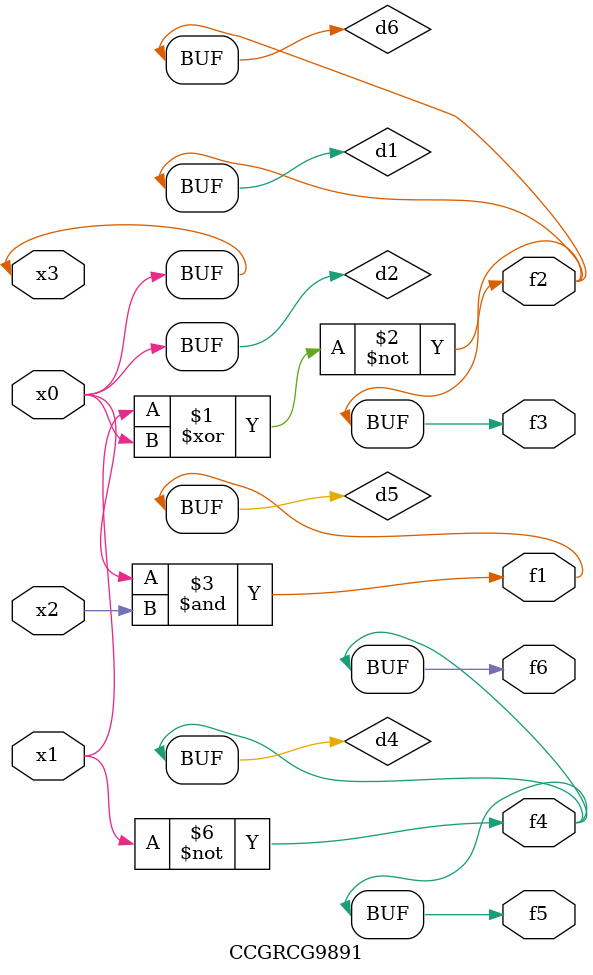
<source format=v>
module CCGRCG9891(
	input x0, x1, x2, x3,
	output f1, f2, f3, f4, f5, f6
);

	wire d1, d2, d3, d4, d5, d6;

	xnor (d1, x1, x3);
	buf (d2, x0, x3);
	nand (d3, x0, x2);
	not (d4, x1);
	nand (d5, d3);
	or (d6, d1);
	assign f1 = d5;
	assign f2 = d6;
	assign f3 = d6;
	assign f4 = d4;
	assign f5 = d4;
	assign f6 = d4;
endmodule

</source>
